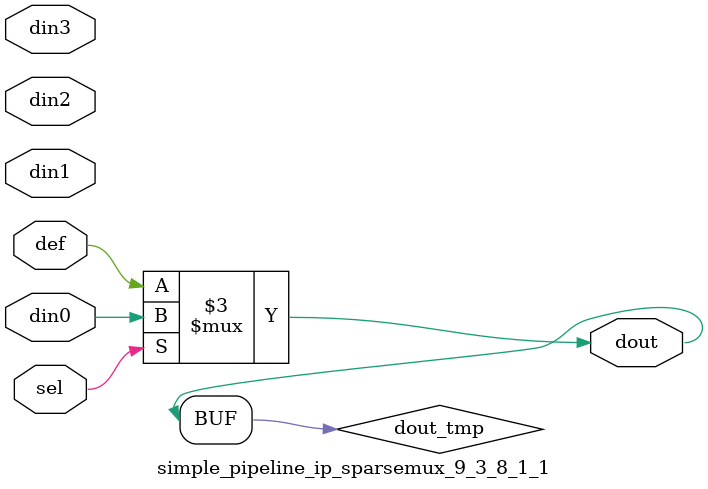
<source format=v>
`timescale 1ns / 1ps

module simple_pipeline_ip_sparsemux_9_3_8_1_1 (din0,din1,din2,din3,def,sel,dout);

parameter din0_WIDTH = 1;

parameter din1_WIDTH = 1;

parameter din2_WIDTH = 1;

parameter din3_WIDTH = 1;

parameter def_WIDTH = 1;
parameter sel_WIDTH = 1;
parameter dout_WIDTH = 1;

parameter [sel_WIDTH-1:0] CASE0 = 1;

parameter [sel_WIDTH-1:0] CASE1 = 1;

parameter [sel_WIDTH-1:0] CASE2 = 1;

parameter [sel_WIDTH-1:0] CASE3 = 1;

parameter ID = 1;
parameter NUM_STAGE = 1;



input [din0_WIDTH-1:0] din0;

input [din1_WIDTH-1:0] din1;

input [din2_WIDTH-1:0] din2;

input [din3_WIDTH-1:0] din3;

input [def_WIDTH-1:0] def;
input [sel_WIDTH-1:0] sel;

output [dout_WIDTH-1:0] dout;



reg [dout_WIDTH-1:0] dout_tmp;


always @ (*) begin
(* parallel_case *) case (sel)
    
    CASE0 : dout_tmp = din0;
    
    CASE1 : dout_tmp = din1;
    
    CASE2 : dout_tmp = din2;
    
    CASE3 : dout_tmp = din3;
    
    default : dout_tmp = def;
endcase
end


assign dout = dout_tmp;



endmodule

</source>
